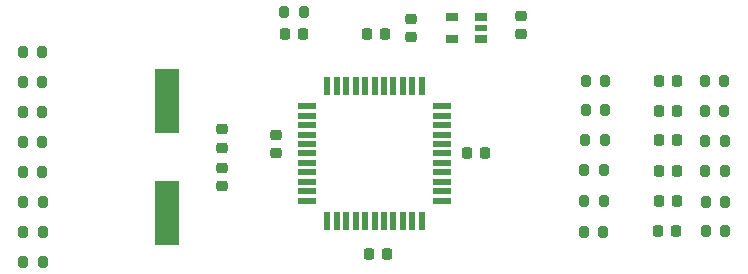
<source format=gtp>
G04 #@! TF.GenerationSoftware,KiCad,Pcbnew,6.0.2+dfsg-1~bpo11+1*
G04 #@! TF.CreationDate,2022-09-15T10:15:18-04:00*
G04 #@! TF.ProjectId,at42qt148_captouch,61743432-7174-4313-9438-5f636170746f,rev?*
G04 #@! TF.SameCoordinates,Original*
G04 #@! TF.FileFunction,Paste,Top*
G04 #@! TF.FilePolarity,Positive*
%FSLAX46Y46*%
G04 Gerber Fmt 4.6, Leading zero omitted, Abs format (unit mm)*
G04 Created by KiCad (PCBNEW 6.0.2+dfsg-1~bpo11+1) date 2022-09-15 10:15:18*
%MOMM*%
%LPD*%
G01*
G04 APERTURE LIST*
G04 Aperture macros list*
%AMRoundRect*
0 Rectangle with rounded corners*
0 $1 Rounding radius*
0 $2 $3 $4 $5 $6 $7 $8 $9 X,Y pos of 4 corners*
0 Add a 4 corners polygon primitive as box body*
4,1,4,$2,$3,$4,$5,$6,$7,$8,$9,$2,$3,0*
0 Add four circle primitives for the rounded corners*
1,1,$1+$1,$2,$3*
1,1,$1+$1,$4,$5*
1,1,$1+$1,$6,$7*
1,1,$1+$1,$8,$9*
0 Add four rect primitives between the rounded corners*
20,1,$1+$1,$2,$3,$4,$5,0*
20,1,$1+$1,$4,$5,$6,$7,0*
20,1,$1+$1,$6,$7,$8,$9,0*
20,1,$1+$1,$8,$9,$2,$3,0*%
G04 Aperture macros list end*
%ADD10RoundRect,0.200000X0.200000X0.275000X-0.200000X0.275000X-0.200000X-0.275000X0.200000X-0.275000X0*%
%ADD11RoundRect,0.200000X-0.200000X-0.275000X0.200000X-0.275000X0.200000X0.275000X-0.200000X0.275000X0*%
%ADD12RoundRect,0.225000X0.250000X-0.225000X0.250000X0.225000X-0.250000X0.225000X-0.250000X-0.225000X0*%
%ADD13RoundRect,0.225000X-0.225000X-0.250000X0.225000X-0.250000X0.225000X0.250000X-0.225000X0.250000X0*%
%ADD14RoundRect,0.218750X0.218750X0.256250X-0.218750X0.256250X-0.218750X-0.256250X0.218750X-0.256250X0*%
%ADD15RoundRect,0.225000X0.225000X0.250000X-0.225000X0.250000X-0.225000X-0.250000X0.225000X-0.250000X0*%
%ADD16RoundRect,0.225000X-0.250000X0.225000X-0.250000X-0.225000X0.250000X-0.225000X0.250000X0.225000X0*%
%ADD17R,1.000000X0.800000*%
%ADD18R,1.000000X0.600000*%
%ADD19R,2.000000X5.500000*%
%ADD20R,1.500000X0.600000*%
%ADD21R,0.600000X1.500000*%
G04 APERTURE END LIST*
D10*
X164200000Y-101875000D03*
X162550000Y-101875000D03*
D11*
X137175000Y-83250000D03*
X138825000Y-83250000D03*
D12*
X147950000Y-85400000D03*
X147950000Y-83850000D03*
D10*
X116700000Y-91700000D03*
X115050000Y-91700000D03*
X116725000Y-101900000D03*
X115075000Y-101900000D03*
X164250000Y-96650000D03*
X162600000Y-96650000D03*
D13*
X168900000Y-91625000D03*
X170450000Y-91625000D03*
D14*
X138787500Y-85175000D03*
X137212500Y-85175000D03*
D10*
X164225000Y-99275000D03*
X162575000Y-99275000D03*
D11*
X172800000Y-91650000D03*
X174450000Y-91650000D03*
D12*
X131950000Y-98025000D03*
X131950000Y-96475000D03*
D15*
X154200000Y-95250000D03*
X152650000Y-95250000D03*
D10*
X164300000Y-94075000D03*
X162650000Y-94075000D03*
X116700000Y-96850000D03*
X115050000Y-96850000D03*
D13*
X168925000Y-89100000D03*
X170475000Y-89100000D03*
X168875000Y-96725000D03*
X170425000Y-96725000D03*
D10*
X116725000Y-99350000D03*
X115075000Y-99350000D03*
D16*
X157250000Y-83600000D03*
X157250000Y-85150000D03*
D13*
X144150000Y-85175000D03*
X145700000Y-85175000D03*
D16*
X136475000Y-93650000D03*
X136475000Y-95200000D03*
D11*
X172875000Y-101825000D03*
X174525000Y-101825000D03*
X172825000Y-96750000D03*
X174475000Y-96750000D03*
X172800000Y-89125000D03*
X174450000Y-89125000D03*
D13*
X144375000Y-103800000D03*
X145925000Y-103800000D03*
D17*
X153800000Y-85575000D03*
D18*
X153800000Y-84625000D03*
D17*
X153800000Y-83675000D03*
X151400000Y-83675000D03*
X151400000Y-85575000D03*
D10*
X116700000Y-89200000D03*
X115050000Y-89200000D03*
X116700000Y-86650000D03*
X115050000Y-86650000D03*
X164350000Y-89100000D03*
X162700000Y-89100000D03*
D13*
X168900000Y-99300000D03*
X170450000Y-99300000D03*
D11*
X172850000Y-99325000D03*
X174500000Y-99325000D03*
D10*
X116725000Y-104425000D03*
X115075000Y-104425000D03*
D13*
X168825000Y-101850000D03*
X170375000Y-101850000D03*
D16*
X131950000Y-93200000D03*
X131950000Y-94750000D03*
D19*
X127275000Y-100300000D03*
X127275000Y-90800000D03*
D13*
X168875000Y-94125000D03*
X170425000Y-94125000D03*
D10*
X164350000Y-91600000D03*
X162700000Y-91600000D03*
D11*
X172825000Y-94175000D03*
X174475000Y-94175000D03*
D20*
X139075000Y-91250000D03*
X139075000Y-92050000D03*
X139075000Y-92850000D03*
X139075000Y-93650000D03*
X139075000Y-94450000D03*
X139075000Y-95250000D03*
X139075000Y-96050000D03*
X139075000Y-96850000D03*
X139075000Y-97650000D03*
X139075000Y-98450000D03*
X139075000Y-99250000D03*
D21*
X140825000Y-101000000D03*
X141625000Y-101000000D03*
X142425000Y-101000000D03*
X143225000Y-101000000D03*
X144025000Y-101000000D03*
X144825000Y-101000000D03*
X145625000Y-101000000D03*
X146425000Y-101000000D03*
X147225000Y-101000000D03*
X148025000Y-101000000D03*
X148825000Y-101000000D03*
D20*
X150575000Y-99250000D03*
X150575000Y-98450000D03*
X150575000Y-97650000D03*
X150575000Y-96850000D03*
X150575000Y-96050000D03*
X150575000Y-95250000D03*
X150575000Y-94450000D03*
X150575000Y-93650000D03*
X150575000Y-92850000D03*
X150575000Y-92050000D03*
X150575000Y-91250000D03*
D21*
X148825000Y-89500000D03*
X148025000Y-89500000D03*
X147225000Y-89500000D03*
X146425000Y-89500000D03*
X145625000Y-89500000D03*
X144825000Y-89500000D03*
X144025000Y-89500000D03*
X143225000Y-89500000D03*
X142425000Y-89500000D03*
X141625000Y-89500000D03*
X140825000Y-89500000D03*
D10*
X116675000Y-94275000D03*
X115025000Y-94275000D03*
M02*

</source>
